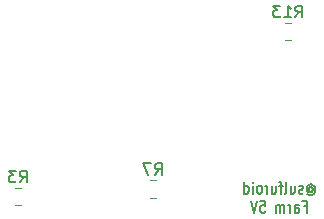
<source format=gbr>
%TF.GenerationSoftware,KiCad,Pcbnew,(6.0.11)*%
%TF.CreationDate,2023-04-18T18:31:17+02:00*%
%TF.ProjectId,FarmSupply,4661726d-5375-4707-906c-792e6b696361,rev?*%
%TF.SameCoordinates,Original*%
%TF.FileFunction,Legend,Bot*%
%TF.FilePolarity,Positive*%
%FSLAX46Y46*%
G04 Gerber Fmt 4.6, Leading zero omitted, Abs format (unit mm)*
G04 Created by KiCad (PCBNEW (6.0.11)) date 2023-04-18 18:31:17*
%MOMM*%
%LPD*%
G01*
G04 APERTURE LIST*
%ADD10C,0.200000*%
%ADD11C,0.150000*%
%ADD12C,0.120000*%
G04 APERTURE END LIST*
D10*
X113804390Y-96427790D02*
X113842485Y-96380171D01*
X113918676Y-96332552D01*
X113994866Y-96332552D01*
X114071057Y-96380171D01*
X114109152Y-96427790D01*
X114147247Y-96523028D01*
X114147247Y-96618266D01*
X114109152Y-96713504D01*
X114071057Y-96761123D01*
X113994866Y-96808742D01*
X113918676Y-96808742D01*
X113842485Y-96761123D01*
X113804390Y-96713504D01*
X113804390Y-96332552D02*
X113804390Y-96713504D01*
X113766295Y-96761123D01*
X113728200Y-96761123D01*
X113652009Y-96713504D01*
X113613914Y-96618266D01*
X113613914Y-96380171D01*
X113690104Y-96237314D01*
X113804390Y-96142076D01*
X113956771Y-96094457D01*
X114109152Y-96142076D01*
X114223438Y-96237314D01*
X114299628Y-96380171D01*
X114337723Y-96570647D01*
X114299628Y-96761123D01*
X114223438Y-96903980D01*
X114109152Y-96999219D01*
X113956771Y-97046838D01*
X113804390Y-96999219D01*
X113690104Y-96903980D01*
X113309152Y-96856361D02*
X113232961Y-96903980D01*
X113080580Y-96903980D01*
X113004390Y-96856361D01*
X112966295Y-96761123D01*
X112966295Y-96713504D01*
X113004390Y-96618266D01*
X113080580Y-96570647D01*
X113194866Y-96570647D01*
X113271057Y-96523028D01*
X113309152Y-96427790D01*
X113309152Y-96380171D01*
X113271057Y-96284933D01*
X113194866Y-96237314D01*
X113080580Y-96237314D01*
X113004390Y-96284933D01*
X112280580Y-96237314D02*
X112280580Y-96903980D01*
X112623438Y-96237314D02*
X112623438Y-96761123D01*
X112585342Y-96856361D01*
X112509152Y-96903980D01*
X112394866Y-96903980D01*
X112318676Y-96856361D01*
X112280580Y-96808742D01*
X111785342Y-96903980D02*
X111861533Y-96856361D01*
X111899628Y-96761123D01*
X111899628Y-95903980D01*
X111594866Y-96237314D02*
X111290104Y-96237314D01*
X111480580Y-96903980D02*
X111480580Y-96046838D01*
X111442485Y-95951600D01*
X111366295Y-95903980D01*
X111290104Y-95903980D01*
X110680580Y-96237314D02*
X110680580Y-96903980D01*
X111023438Y-96237314D02*
X111023438Y-96761123D01*
X110985342Y-96856361D01*
X110909152Y-96903980D01*
X110794866Y-96903980D01*
X110718676Y-96856361D01*
X110680580Y-96808742D01*
X110299628Y-96903980D02*
X110299628Y-96237314D01*
X110299628Y-96427790D02*
X110261533Y-96332552D01*
X110223438Y-96284933D01*
X110147247Y-96237314D01*
X110071057Y-96237314D01*
X109690104Y-96903980D02*
X109766295Y-96856361D01*
X109804390Y-96808742D01*
X109842485Y-96713504D01*
X109842485Y-96427790D01*
X109804390Y-96332552D01*
X109766295Y-96284933D01*
X109690104Y-96237314D01*
X109575819Y-96237314D01*
X109499628Y-96284933D01*
X109461533Y-96332552D01*
X109423438Y-96427790D01*
X109423438Y-96713504D01*
X109461533Y-96808742D01*
X109499628Y-96856361D01*
X109575819Y-96903980D01*
X109690104Y-96903980D01*
X109080580Y-96903980D02*
X109080580Y-96237314D01*
X109080580Y-95903980D02*
X109118676Y-95951600D01*
X109080580Y-95999219D01*
X109042485Y-95951600D01*
X109080580Y-95903980D01*
X109080580Y-95999219D01*
X108356771Y-96903980D02*
X108356771Y-95903980D01*
X108356771Y-96856361D02*
X108432961Y-96903980D01*
X108585342Y-96903980D01*
X108661533Y-96856361D01*
X108699628Y-96808742D01*
X108737723Y-96713504D01*
X108737723Y-96427790D01*
X108699628Y-96332552D01*
X108661533Y-96284933D01*
X108585342Y-96237314D01*
X108432961Y-96237314D01*
X108356771Y-96284933D01*
X113385342Y-97990171D02*
X113652009Y-97990171D01*
X113652009Y-98513980D02*
X113652009Y-97513980D01*
X113271057Y-97513980D01*
X112623438Y-98513980D02*
X112623438Y-97990171D01*
X112661533Y-97894933D01*
X112737723Y-97847314D01*
X112890104Y-97847314D01*
X112966295Y-97894933D01*
X112623438Y-98466361D02*
X112699628Y-98513980D01*
X112890104Y-98513980D01*
X112966295Y-98466361D01*
X113004390Y-98371123D01*
X113004390Y-98275885D01*
X112966295Y-98180647D01*
X112890104Y-98133028D01*
X112699628Y-98133028D01*
X112623438Y-98085409D01*
X112242485Y-98513980D02*
X112242485Y-97847314D01*
X112242485Y-98037790D02*
X112204390Y-97942552D01*
X112166295Y-97894933D01*
X112090104Y-97847314D01*
X112013914Y-97847314D01*
X111747247Y-98513980D02*
X111747247Y-97847314D01*
X111747247Y-97942552D02*
X111709152Y-97894933D01*
X111632961Y-97847314D01*
X111518676Y-97847314D01*
X111442485Y-97894933D01*
X111404390Y-97990171D01*
X111404390Y-98513980D01*
X111404390Y-97990171D02*
X111366295Y-97894933D01*
X111290104Y-97847314D01*
X111175819Y-97847314D01*
X111099628Y-97894933D01*
X111061533Y-97990171D01*
X111061533Y-98513980D01*
X109690104Y-97513980D02*
X110071057Y-97513980D01*
X110109152Y-97990171D01*
X110071057Y-97942552D01*
X109994866Y-97894933D01*
X109804390Y-97894933D01*
X109728200Y-97942552D01*
X109690104Y-97990171D01*
X109652009Y-98085409D01*
X109652009Y-98323504D01*
X109690104Y-98418742D01*
X109728200Y-98466361D01*
X109804390Y-98513980D01*
X109994866Y-98513980D01*
X110071057Y-98466361D01*
X110109152Y-98418742D01*
X109423438Y-97513980D02*
X109156771Y-98513980D01*
X108890104Y-97513980D01*
D11*
%TO.C,R13*%
X112680357Y-81987380D02*
X113013690Y-81511190D01*
X113251785Y-81987380D02*
X113251785Y-80987380D01*
X112870833Y-80987380D01*
X112775595Y-81035000D01*
X112727976Y-81082619D01*
X112680357Y-81177857D01*
X112680357Y-81320714D01*
X112727976Y-81415952D01*
X112775595Y-81463571D01*
X112870833Y-81511190D01*
X113251785Y-81511190D01*
X111727976Y-81987380D02*
X112299404Y-81987380D01*
X112013690Y-81987380D02*
X112013690Y-80987380D01*
X112108928Y-81130238D01*
X112204166Y-81225476D01*
X112299404Y-81273095D01*
X111394642Y-80987380D02*
X110775595Y-80987380D01*
X111108928Y-81368333D01*
X110966071Y-81368333D01*
X110870833Y-81415952D01*
X110823214Y-81463571D01*
X110775595Y-81558809D01*
X110775595Y-81796904D01*
X110823214Y-81892142D01*
X110870833Y-81939761D01*
X110966071Y-81987380D01*
X111251785Y-81987380D01*
X111347023Y-81939761D01*
X111394642Y-81892142D01*
%TO.C,R7*%
X100774166Y-95322380D02*
X101107500Y-94846190D01*
X101345595Y-95322380D02*
X101345595Y-94322380D01*
X100964642Y-94322380D01*
X100869404Y-94370000D01*
X100821785Y-94417619D01*
X100774166Y-94512857D01*
X100774166Y-94655714D01*
X100821785Y-94750952D01*
X100869404Y-94798571D01*
X100964642Y-94846190D01*
X101345595Y-94846190D01*
X100440833Y-94322380D02*
X99774166Y-94322380D01*
X100202738Y-95322380D01*
%TO.C,R3*%
X89344166Y-95957380D02*
X89677500Y-95481190D01*
X89915595Y-95957380D02*
X89915595Y-94957380D01*
X89534642Y-94957380D01*
X89439404Y-95005000D01*
X89391785Y-95052619D01*
X89344166Y-95147857D01*
X89344166Y-95290714D01*
X89391785Y-95385952D01*
X89439404Y-95433571D01*
X89534642Y-95481190D01*
X89915595Y-95481190D01*
X89010833Y-94957380D02*
X88391785Y-94957380D01*
X88725119Y-95338333D01*
X88582261Y-95338333D01*
X88487023Y-95385952D01*
X88439404Y-95433571D01*
X88391785Y-95528809D01*
X88391785Y-95766904D01*
X88439404Y-95862142D01*
X88487023Y-95909761D01*
X88582261Y-95957380D01*
X88867976Y-95957380D01*
X88963214Y-95909761D01*
X89010833Y-95862142D01*
D12*
%TO.C,R13*%
X112264564Y-82450000D02*
X111810436Y-82450000D01*
X112264564Y-83920000D02*
X111810436Y-83920000D01*
%TO.C,R7*%
X100834564Y-95785000D02*
X100380436Y-95785000D01*
X100834564Y-97255000D02*
X100380436Y-97255000D01*
%TO.C,R3*%
X89404564Y-96420000D02*
X88950436Y-96420000D01*
X89404564Y-97890000D02*
X88950436Y-97890000D01*
%TD*%
M02*

</source>
